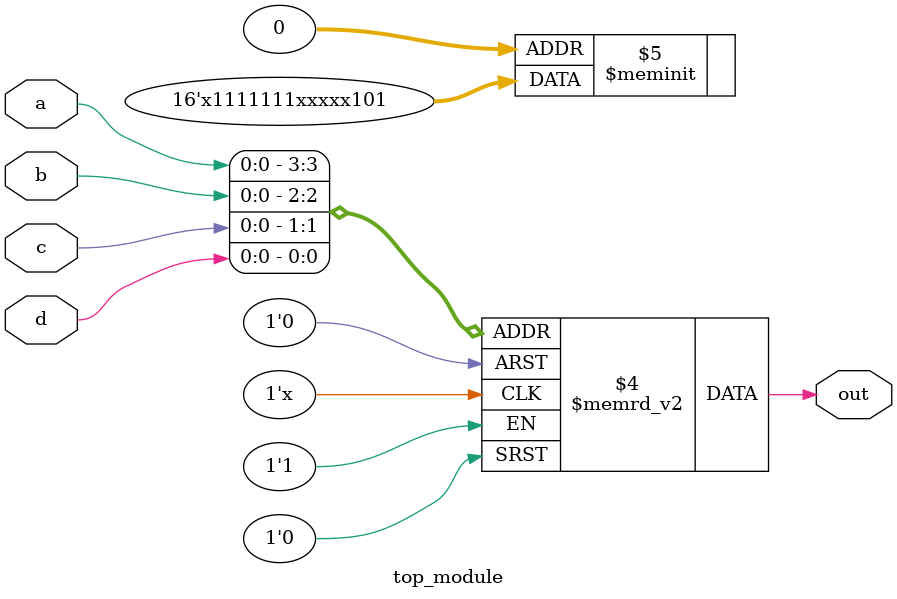
<source format=sv>
module top_module (
    input a, 
    input b,
    input c,
    input d,
    output reg out
);

always @(*)
begin
    case({a,b,c,d})
        4'b0000: out = 1'b1;
        4'b0001: out = 1'b0;
        4'b0010: out = 1'b1;
        4'b0011: out = 1'bx; // You can choose 'x' as the output for don't-care conditions
        4'b0100: out = 1'bx; // Corrected from 1'b0
        4'b0101: out = 1'bx; // Corrected from 1'b0
        4'b0110: out = 1'bx; // Corrected from 1'b0
        4'b0111: out = 1'bx; // Corrected from 1'b0
        4'b1000: out = 1'b1;
        4'b1001: out = 1'b1;
        4'b1010: out = 1'b1;
        4'b1011: out = 1'b1;
        4'b1100: out = 1'b1;
        4'b1101: out = 1'b1;
        4'b1110: out = 1'b1;
        default: out = 1'bx; // Corrected from 1'b1
    endcase
end

endmodule

</source>
